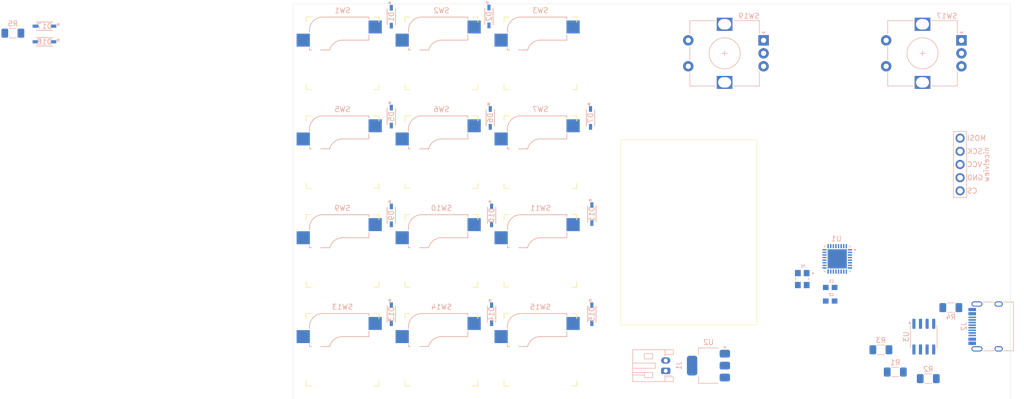
<source format=kicad_pcb>
(kicad_pcb (version 20241229) (generator "pcbnew") (generator_version "9.0")
  (layers (0 "F.Cu" signal) (2 "B.Cu" signal) (13 "F.Paste" user) (15 "B.Paste" user) (5 "F.SilkS" user "F.Silkscreen") (7 "B.SilkS" user "B.Silkscreen") (1 "F.Mask" user) (3 "B.Mask" user) (25 "Edge.Cuts" user))
  (net 0 "")
  (net 1 "C4")
  (net 2 "Net-(D5-A)")
  (net 3 "Net-(D18-A)")
  (net 4 "Net-(D1-A)")
  (net 5 "Net-(D2-A)")
  (net 6 "Net-(D11-A)")
  (net 7 "Net-(D6-A)")
  (net 8 "Net-(D7-A)")
  (net 9 "Net-(D9-A)")
  (net 10 "Net-(D10-A)")
  (net 11 "Net-(D13-A)")
  (net 12 "Net-(D14-A)")
  (net 13 "Net-(D15-A)")
  (net 14 "Net-(D17-A)")
  (net 15 "SCK")
  (net 16 "MOSI")
  (net 17 "GND")
  (net 18 "CS")
  (net 19 "VCC")
  (net 20 "C1")
  (net 21 "C2")
  (net 22 "C3")
  (net 23 "Net-(U1-CHIP_EN)")
  (net 25 "RE_B1")
  (net 26 "C5")
  (net 27 "Net-(U1-GPIO18{slash}USB_D-)")
  (net 28 "Net-(U1-VDD3P3_CPU)")
  (net 30 "RE_A1")
  (net 31 "RE_B2")
  (net 32 "Net-(U1-XTAL_N)")
  (net 33 "RE_A2")
  (net 34 "Net-(U1-XTAL_P)")
  (net 35 "Net-(U1-GPIO19{slash}USB_D+)")
  (net 36 "D-")
  (net 37 "D+")
  (net 38 "Net-(J2-CC1)")
  (net 39 "VBUS")
  (net 40 "Net-(J2-CC2)")
  (net 41 "Net-(J1-Pin_1)")
  (net 42 "Net-(J2-D+-PadA6)")
  (net 43 "Net-(J2-D--PadA7)")
  (net 51 "Net-(C1-Pad1)")
  (footprint "kailh:Kailh_socket_MX" (layer "F.Cu") (at 95.25 95.25)
    (property "Reference" "SW11" (at 0 -8.255 0) (layer "B.SilkS") (effects (justify mirror)))
    (property "Value" "SW_DIP_x01")
    (pad "" np_thru_hole circle (at -5.08 0) (size 1.7018 1.7018) (drill 1.7018) (layers "*.Cu" "*.Mask"))
    (pad "" np_thru_hole circle (at -3.81 -2.54) (size 3 3) (drill 3) (layers "*.Cu" "*.Mask"))
    (pad "" np_thru_hole circle (at 0 0) (size 3.9878 3.9878) (drill 3.9878) (layers "*.Cu" "*.Mask"))
    (pad "" np_thru_hole circle (at 2.54 -5.08) (size 3 3) (drill 3) (layers "*.Cu" "*.Mask"))
    (pad "" np_thru_hole circle (at 5.08 0) (size 1.7018 1.7018) (drill 1.7018) (layers "*.Cu" "*.Mask"))
    (pad "1" smd rect (at 6.29 -5.08) (size 2.55 2.5) (layers "B.Cu" "B.Mask" "B.Paste") (net 6 "Net-(D11-A)"))
    (pad "2" smd rect (at -7.56 -2.54) (size 2.55 2.5) (layers "B.Cu" "B.Mask" "B.Paste") (net 22 "C3"))
  )
  (footprint "kailh:Kailh_socket_MX" (layer "F.Cu") (at 57.15 76.2)
    (property "Reference" "SW5" (at 0 -8.255 0) (layer "B.SilkS") (effects (justify mirror)))
    (property "Value" "SW_DIP_x01")
    (pad "" np_thru_hole circle (at -5.08 0) (size 1.7018 1.7018) (drill 1.7018) (layers "*.Cu" "*.Mask"))
    (pad "" np_thru_hole circle (at -3.81 -2.54) (size 3 3) (drill 3) (layers "*.Cu" "*.Mask"))
    (pad "" np_thru_hole circle (at 0 0) (size 3.9878 3.9878) (drill 3.9878) (layers "*.Cu" "*.Mask"))
    (pad "" np_thru_hole circle (at 2.54 -5.08) (size 3 3) (drill 3) (layers "*.Cu" "*.Mask"))
    (pad "" np_thru_hole circle (at 5.08 0) (size 1.7018 1.7018) (drill 1.7018) (layers "*.Cu" "*.Mask"))
    (pad "1" smd rect (at 6.29 -5.08) (size 2.55 2.5) (layers "B.Cu" "B.Mask" "B.Paste") (net 2 "Net-(D5-A)"))
    (pad "2" smd rect (at -7.56 -2.54) (size 2.55 2.5) (layers "B.Cu" "B.Mask" "B.Paste") (net 20 "C1"))
  )
  (footprint "kailh:Kailh_socket_MX" (layer "F.Cu") (at 95.25 57.15)
    (property "Reference" "SW3" (at 0 -8.255 0) (layer "B.SilkS") (effects (justify mirror)))
    (property "Value" "SW_DIP_x01")
    (pad "" np_thru_hole circle (at -5.08 0) (size 1.7018 1.7018) (drill 1.7018) (layers "*.Cu" "*.Mask"))
    (pad "" np_thru_hole circle (at -3.81 -2.54) (size 3 3) (drill 3) (layers "*.Cu" "*.Mask"))
    (pad "" np_thru_hole circle (at 0 0) (size 3.9878 3.9878) (drill 3.9878) (layers "*.Cu" "*.Mask"))
    (pad "" np_thru_hole circle (at 2.54 -5.08) (size 3 3) (drill 3) (layers "*.Cu" "*.Mask"))
    (pad "" np_thru_hole circle (at 5.08 0) (size 1.7018 1.7018) (drill 1.7018) (layers "*.Cu" "*.Mask"))
    (pad "1" smd rect (at 6.29 -5.08) (size 2.55 2.5) (layers "B.Cu" "B.Mask" "B.Paste") (net 17 "GND"))
    (pad "2" smd rect (at -7.56 -2.54) (size 2.55 2.5) (layers "B.Cu" "B.Mask" "B.Paste") (net 23 "Net-(U1-CHIP_EN)"))
  )
  (footprint "kailh:Kailh_socket_MX" (layer "F.Cu") (at 95.25 114.3)
    (property "Reference" "SW15" (at 0 -8.255 0) (layer "B.SilkS") (effects (justify mirror)))
    (property "Value" "SW_DIP_x01")
    (pad "" np_thru_hole circle (at -5.08 0) (size 1.7018 1.7018) (drill 1.7018) (layers "*.Cu" "*.Mask"))
    (pad "" np_thru_hole circle (at -3.81 -2.54) (size 3 3) (drill 3) (layers "*.Cu" "*.Mask"))
    (pad "" np_thru_hole circle (at 0 0) (size 3.9878 3.9878) (drill 3.9878) (layers "*.Cu" "*.Mask"))
    (pad "" np_thru_hole circle (at 2.54 -5.08) (size 3 3) (drill 3) (layers "*.Cu" "*.Mask"))
    (pad "" np_thru_hole circle (at 5.08 0) (size 1.7018 1.7018) (drill 1.7018) (layers "*.Cu" "*.Mask"))
    (pad "1" smd rect (at 6.29 -5.08) (size 2.55 2.5) (layers "B.Cu" "B.Mask" "B.Paste") (net 13 "Net-(D15-A)"))
    (pad "2" smd rect (at -7.56 -2.54) (size 2.55 2.5) (layers "B.Cu" "B.Mask" "B.Paste") (net 22 "C3"))
  )
  (footprint "kailh:Kailh_socket_MX" (layer "F.Cu") (at 76.2 95.25)
    (property "Reference" "SW10" (at 0 -8.255 0) (layer "B.SilkS") (effects (justify mirror)))
    (property "Value" "SW_DIP_x01")
    (pad "" np_thru_hole circle (at -5.08 0) (size 1.7018 1.7018) (drill 1.7018) (layers "*.Cu" "*.Mask"))
    (pad "" np_thru_hole circle (at -3.81 -2.54) (size 3 3) (drill 3) (layers "*.Cu" "*.Mask"))
    (pad "" np_thru_hole circle (at 0 0) (size 3.9878 3.9878) (drill 3.9878) (layers "*.Cu" "*.Mask"))
    (pad "" np_thru_hole circle (at 2.54 -5.08) (size 3 3) (drill 3) (layers "*.Cu" "*.Mask"))
    (pad "" np_thru_hole circle (at 5.08 0) (size 1.7018 1.7018) (drill 1.7018) (layers "*.Cu" "*.Mask"))
    (pad "1" smd rect (at 6.29 -5.08) (size 2.55 2.5) (layers "B.Cu" "B.Mask" "B.Paste") (net 10 "Net-(D10-A)"))
    (pad "2" smd rect (at -7.56 -2.54) (size 2.55 2.5) (layers "B.Cu" "B.Mask" "B.Paste") (net 21 "C2"))
  )
  (footprint "kailh:Kailh_socket_MX" (layer "F.Cu") (at 76.2 76.2)
    (property "Reference" "SW6" (at 0 -8.255 0) (layer "B.SilkS") (effects (justify mirror)))
    (property "Value" "SW_DIP_x01")
    (pad "" np_thru_hole circle (at -5.08 0) (size 1.7018 1.7018) (drill 1.7018) (layers "*.Cu" "*.Mask"))
    (pad "" np_thru_hole circle (at -3.81 -2.54) (size 3 3) (drill 3) (layers "*.Cu" "*.Mask"))
    (pad "" np_thru_hole circle (at 0 0) (size 3.9878 3.9878) (drill 3.9878) (layers "*.Cu" "*.Mask"))
    (pad "" np_thru_hole circle (at 2.54 -5.08) (size 3 3) (drill 3) (layers "*.Cu" "*.Mask"))
    (pad "" np_thru_hole circle (at 5.08 0) (size 1.7018 1.7018) (drill 1.7018) (layers "*.Cu" "*.Mask"))
    (pad "1" smd rect (at 6.29 -5.08) (size 2.55 2.5) (layers "B.Cu" "B.Mask" "B.Paste") (net 7 "Net-(D6-A)"))
    (pad "2" smd rect (at -7.56 -2.54) (size 2.55 2.5) (layers "B.Cu" "B.Mask" "B.Paste") (net 21 "C2"))
  )
  (footprint "kailh:Kailh_socket_MX" (layer "F.Cu") (at 76.2 114.3)
    (property "Reference" "SW14" (at 0 -8.255 0) (layer "B.SilkS") (effects (justify mirror)))
    (property "Value" "SW_DIP_x01")
    (pad "" np_thru_hole circle (at -5.08 0) (size 1.7018 1.7018) (drill 1.7018) (layers "*.Cu" "*.Mask"))
    (pad "" np_thru_hole circle (at -3.81 -2.54) (size 3 3) (drill 3) (layers "*.Cu" "*.Mask"))
    (pad "" np_thru_hole circle (at 0 0) (size 3.9878 3.9878) (drill 3.9878) (layers "*.Cu" "*.Mask"))
    (pad "" np_thru_hole circle (at 2.54 -5.08) (size 3 3) (drill 3) (layers "*.Cu" "*.Mask"))
    (pad "" np_thru_hole circle (at 5.08 0) (size 1.7018 1.7018) (drill 1.7018) (layers "*.Cu" "*.Mask"))
    (pad "1" smd rect (at 6.29 -5.08) (size 2.55 2.5) (layers "B.Cu" "B.Mask" "B.Paste") (net 12 "Net-(D14-A)"))
    (pad "2" smd rect (at -7.56 -2.54) (size 2.55 2.5) (layers "B.Cu" "B.Mask" "B.Paste") (net 21 "C2"))
  )
  (footprint "kailh:Kailh_socket_MX" (layer "F.Cu") (at 76.2 57.15)
    (property "Reference" "SW2" (at 0 -8.255 0) (layer "B.SilkS") (effects (justify mirror)))
    (property "Value" "SW_DIP_x01")
    (pad "" np_thru_hole circle (at -5.08 0) (size 1.7018 1.7018) (drill 1.7018) (layers "*.Cu" "*.Mask"))
    (pad "" np_thru_hole circle (at -3.81 -2.54) (size 3 3) (drill 3) (layers "*.Cu" "*.Mask"))
    (pad "" np_thru_hole circle (at 0 0) (size 3.9878 3.9878) (drill 3.9878) (layers "*.Cu" "*.Mask"))
    (pad "" np_thru_hole circle (at 2.54 -5.08) (size 3 3) (drill 3) (layers "*.Cu" "*.Mask"))
    (pad "" np_thru_hole circle (at 5.08 0) (size 1.7018 1.7018) (drill 1.7018) (layers "*.Cu" "*.Mask"))
    (pad "1" smd rect (at 6.29 -5.08) (size 2.55 2.5) (layers "B.Cu" "B.Mask" "B.Paste") (net 5 "Net-(D2-A)"))
    (pad "2" smd rect (at -7.56 -2.54) (size 2.55 2.5) (layers "B.Cu" "B.Mask" "B.Paste") (net 21 "C2"))
  )
  (footprint "kailh:Kailh_socket_MX" (layer "F.Cu") (at 57.15 95.25)
    (property "Reference" "SW9" (at 0 -8.255 0) (layer "B.SilkS") (effects (justify mirror)))
    (property "Value" "SW_DIP_x01")
    (pad "" np_thru_hole circle (at -5.08 0) (size 1.7018 1.7018) (drill 1.7018) (layers "*.Cu" "*.Mask"))
    (pad "" np_thru_hole circle (at -3.81 -2.54) (size 3 3) (drill 3) (layers "*.Cu" "*.Mask"))
    (pad "" np_thru_hole circle (at 0 0) (size 3.9878 3.9878) (drill 3.9878) (layers "*.Cu" "*.Mask"))
    (pad "" np_thru_hole circle (at 2.54 -5.08) (size 3 3) (drill 3) (layers "*.Cu" "*.Mask"))
    (pad "" np_thru_hole circle (at 5.08 0) (size 1.7018 1.7018) (drill 1.7018) (layers "*.Cu" "*.Mask"))
    (pad "1" smd rect (at 6.29 -5.08) (size 2.55 2.5) (layers "B.Cu" "B.Mask" "B.Paste") (net 9 "Net-(D9-A)"))
    (pad "2" smd rect (at -7.56 -2.54) (size 2.55 2.5) (layers "B.Cu" "B.Mask" "B.Paste") (net 20 "C1"))
  )
  (footprint "kailh:Kailh_socket_MX" (layer "F.Cu") (at 95.25 76.2)
    (property "Reference" "SW7" (at 0 -8.255 0) (layer "B.SilkS") (effects (justify mirror)))
    (property "Value" "SW_DIP_x01")
    (pad "" np_thru_hole circle (at -5.08 0) (size 1.7018 1.7018) (drill 1.7018) (layers "*.Cu" "*.Mask"))
    (pad "" np_thru_hole circle (at -3.81 -2.54) (size 3 3) (drill 3) (layers "*.Cu" "*.Mask"))
    (pad "" np_thru_hole circle (at 0 0) (size 3.9878 3.9878) (drill 3.9878) (layers "*.Cu" "*.Mask"))
    (pad "" np_thru_hole circle (at 2.54 -5.08) (size 3 3) (drill 3) (layers "*.Cu" "*.Mask"))
    (pad "" np_thru_hole circle (at 5.08 0) (size 1.7018 1.7018) (drill 1.7018) (layers "*.Cu" "*.Mask"))
    (pad "1" smd rect (at 6.29 -5.08) (size 2.55 2.5) (layers "B.Cu" "B.Mask" "B.Paste") (net 8 "Net-(D7-A)"))
    (pad "2" smd rect (at -7.56 -2.54) (size 2.55 2.5) (layers "B.Cu" "B.Mask" "B.Paste") (net 22 "C3"))
  )
  (footprint "kailh:Kailh_socket_MX" (layer "F.Cu") (at 57.15 114.3)
    (property "Reference" "SW13" (at 0 -8.255 0) (layer "B.SilkS") (effects (justify mirror)))
    (property "Value" "SW_DIP_x01")
    (pad "" np_thru_hole circle (at -5.08 0) (size 1.7018 1.7018) (drill 1.7018) (layers "*.Cu" "*.Mask"))
    (pad "" np_thru_hole circle (at -3.81 -2.54) (size 3 3) (drill 3) (layers "*.Cu" "*.Mask"))
    (pad "" np_thru_hole circle (at 0 0) (size 3.9878 3.9878) (drill 3.9878) (layers "*.Cu" "*.Mask"))
    (pad "" np_thru_hole circle (at 2.54 -5.08) (size 3 3) (drill 3) (layers "*.Cu" "*.Mask"))
    (pad "" np_thru_hole circle (at 5.08 0) (size 1.7018 1.7018) (drill 1.7018) (layers "*.Cu" "*.Mask"))
    (pad "1" smd rect (at 6.29 -5.08) (size 2.55 2.5) (layers "B.Cu" "B.Mask" "B.Paste") (net 11 "Net-(D13-A)"))
    (pad "2" smd rect (at -7.56 -2.54) (size 2.55 2.5) (layers "B.Cu" "B.Mask" "B.Paste") (net 20 "C1"))
  )
  (footprint "kailh:Kailh_socket_MX" (layer "F.Cu") (at 57.15 57.15)
    (property "Reference" "SW1" (at 0 -8.255 0) (layer "B.SilkS") (effects (justify mirror)))
    (property "Value" "SW_DIP_x01")
    (pad "" np_thru_hole circle (at -5.08 0) (size 1.7018 1.7018) (drill 1.7018) (layers "*.Cu" "*.Mask"))
    (pad "" np_thru_hole circle (at -3.81 -2.54) (size 3 3) (drill 3) (layers "*.Cu" "*.Mask"))
    (pad "" np_thru_hole circle (at 0 0) (size 3.9878 3.9878) (drill 3.9878) (layers "*.Cu" "*.Mask"))
    (pad "" np_thru_hole circle (at 2.54 -5.08) (size 3 3) (drill 3) (layers "*.Cu" "*.Mask"))
    (pad "" np_thru_hole circle (at 5.08 0) (size 1.7018 1.7018) (drill 1.7018) (layers "*.Cu" "*.Mask"))
    (pad "1" smd rect (at 6.29 -5.08) (size 2.55 2.5) (layers "B.Cu" "B.Mask" "B.Paste") (net 4 "Net-(D1-A)"))
    (pad "2" smd rect (at -7.56 -2.54) (size 2.55 2.5) (layers "B.Cu" "B.Mask" "B.Paste") (net 20 "C1"))
  )
  (footprint "Package_TO_SOT_SMD:SOT-223-3_TabPin2" (layer "B.Cu") (at 127.61 117.348 180)
    (property "Reference" "U2" (at 0 4.5 0) (layer "B.SilkS") (effects (justify mirror)))
    (property "Value" "AMS1117-3.3")
    (pad "1" smd roundrect (at -3.15 2.3 180) (size 2 1.5) (layers "B.Cu" "B.Mask" "B.Paste") (net 17 "GND"))
    (pad "2" smd roundrect (at -3.15 0 180) (size 2 1.5) (layers "B.Cu" "B.Mask" "B.Paste") (net 28 "Net-(U1-VDD3P3_CPU)"))
    (pad "2" smd roundrect (at 3.15 0 180) (size 2 3.8) (layers "B.Cu" "B.Mask" "B.Paste") (net 28 "Net-(U1-VDD3P3_CPU)"))
    (pad "3" smd roundrect (at -3.15 -2.3 180) (size 2 1.5) (layers "B.Cu" "B.Mask" "B.Paste") (net 41 "Net-(J1-Pin_1)"))
  )
  (footprint "Connector_USB:USB_C_Receptacle_HRO_TYPE-C-31-M-12" (layer "B.Cu") (at 182.432 109.798 -90)
    (property "Reference" "J2" (at 0 5.645 90) (layer "B.SilkS") (effects (justify mirror)))
    (property "Value" "USB_C_Receptacle_USB2.0_16P")
    (pad "" np_thru_hole circle (at -2.89 2.6 270) (size 0.65 0.65) (drill 0.65) (layers "*.Cu" "*.Mask"))
    (pad "" np_thru_hole circle (at 2.89 2.6 270) (size 0.65 0.65) (drill 0.65) (layers "*.Cu" "*.Mask"))
    (pad "A1" smd rect (at -3.25 4.045 270) (size 0.6 1.45) (layers "B.Cu" "B.Mask" "B.Paste") (net 17 "GND"))
    (pad "A4" smd rect (at -2.45 4.045 270) (size 0.6 1.45) (layers "B.Cu" "B.Mask" "B.Paste") (net 39 "VBUS"))
    (pad "A5" smd rect (at -1.25 4.045 270) (size 0.3 1.45) (layers "B.Cu" "B.Mask" "B.Paste") (net 38 "Net-(J2-CC1)"))
    (pad "A6" smd rect (at -0.25 4.045 270) (size 0.3 1.45) (layers "B.Cu" "B.Mask" "B.Paste") (net 42 "Net-(J2-D+-PadA6)"))
    (pad "A7" smd rect (at 0.25 4.045 270) (size 0.3 1.45) (layers "B.Cu" "B.Mask" "B.Paste") (net 43 "Net-(J2-D--PadA7)"))
    (pad "A8" smd rect (at 1.25 4.045 270) (size 0.3 1.45) (layers "B.Cu" "B.Mask" "B.Paste"))
    (pad "A9" smd rect (at 2.45 4.045 270) (size 0.6 1.45) (layers "B.Cu" "B.Mask" "B.Paste") (net 39 "VBUS"))
    (pad "A12" smd rect (at 3.25 4.045 270) (size 0.6 1.45) (layers "B.Cu" "B.Mask" "B.Paste") (net 17 "GND"))
    (pad "B1" smd rect (at 3.25 4.045 270) (size 0.6 1.45) (layers "B.Cu" "B.Mask" "B.Paste") (net 17 "GND"))
    (pad "B4" smd rect (at 2.45 4.045 270) (size 0.6 1.45) (layers "B.Cu" "B.Mask" "B.Paste") (net 39 "VBUS"))
    (pad "B5" smd rect (at 1.75 4.045 270) (size 0.3 1.45) (layers "B.Cu" "B.Mask" "B.Paste") (net 40 "Net-(J2-CC2)"))
    (pad "B6" smd rect (at 0.75 4.045 270) (size 0.3 1.45) (layers "B.Cu" "B.Mask" "B.Paste") (net 42 "Net-(J2-D+-PadA6)"))
    (pad "B7" smd rect (at -0.75 4.045 270) (size 0.3 1.45) (layers "B.Cu" "B.Mask" "B.Paste") (net 43 "Net-(J2-D--PadA7)"))
    (pad "B8" smd rect (at -1.75 4.045 270) (size 0.3 1.45) (layers "B.Cu" "B.Mask" "B.Paste"))
    (pad "B9" smd rect (at -2.45 4.045 270) (size 0.6 1.45) (layers "B.Cu" "B.Mask" "B.Paste") (net 39 "VBUS"))
    (pad "B12" smd rect (at -3.25 4.045 270) (size 0.6 1.45) (layers "B.Cu" "B.Mask" "B.Paste") (net 17 "GND"))
    (pad "S1" thru_hole oval (at -4.32 -1.05 270) (size 1 1.6) (drill oval 0.6 1.2) (property pad_prop_heatsink) (layers "*.Cu" "*.Mask"))
    (pad "S1" thru_hole oval (at -4.32 3.13 270) (size 1 2.1) (drill oval 0.6 1.7) (property pad_prop_heatsink) (layers "*.Cu" "*.Mask"))
    (pad "S1" thru_hole oval (at 4.32 -1.05 270) (size 1 1.6) (drill oval 0.6 1.2) (property pad_prop_heatsink) (layers "*.Cu" "*.Mask"))
    (pad "S1" thru_hole oval (at 4.32 3.13 270) (size 1 2.1) (drill oval 0.6 1.7) (property pad_prop_heatsink) (layers "*.Cu" "*.Mask"))
  )
  (footprint "ul_1n4148:SOD123_DIO" (layer "B.Cu") (at 85.852 107.442 -90)
    (property "Reference" "D14" (at 0 0 90) (layer "B.SilkS") (effects (justify mirror)))
    (property "Value" "D")
    (fp_text user "*" (at -2.6616 0 90) (layer "B.SilkS") (effects (justify mirror)))
    (fp_text user "*" (at -2.6616 0 90) (layer "B.SilkS") (effects (justify mirror)))
    (pad "1" smd rect (at -1.725 0 270) (size 1.1112 0.6008) (layers "B.Cu" "B.Mask" "B.Paste") (net 22 "C3"))
    (pad "2" smd rect (at 1.725 0 270) (size 1.1112 0.6008) (layers "B.Cu" "B.Mask" "B.Paste") (net 12 "Net-(D14-A)"))
  )
  (footprint "Connector_JST:JST_PH_S2B-PH-K_1x02_P2.00mm_Horizontal" (layer "B.Cu") (at 119.38 118.364 90)
    (property "Reference" "J1" (at 1 2.55 90) (layer "B.SilkS") (effects (justify mirror)))
    (property "Value" "Conn_01x02_Pin")
    (pad "1" thru_hole roundrect (at 0 0 90) (size 1.2 1.75) (drill 0.75) (layers "*.Cu" "*.Mask") (roundrect_rratio 0.208333) (net 41 "Net-(J1-Pin_1)"))
    (pad "2" thru_hole oval (at 2 0 90) (size 1.2 1.75) (drill 0.75) (layers "*.Cu" "*.Mask") (net 17 "GND"))
  )
  (footprint "niceview:nice_view" (layer "B.Cu") (at 159.54375 78.58125 -90)
    (property "Reference" "Display1")
    (property "Value" "nice!view" (at 0 -21.59 90) (layer "B.SilkS") (effects (justify mirror)))
    (fp_text user "VCC" (at 0 -17.78 0) (layer "B.SilkS") (effects (justify right mirror)))
    (fp_text user "CS" (at 5.08 -17.78 0) (layer "B.SilkS") (effects (justify right mirror)))
    (fp_text user "GND" (at 2.54 -17.78 0) (layer "B.SilkS") (effects (justify right mirror)))
    (fp_text user "SCK" (at -2.54 -17.78 0) (layer "B.SilkS") (effects (justify right mirror)))
    (fp_text user "MOSI" (at -5.08 -17.78 0) (layer "B.SilkS") (effects (justify right mirror)))
    (pad "1" thru_hole circle (at -5.08 -16.51 270) (size 1.7526 1.7526) (drill 1.0922) (layers "*.Cu" "*.Mask") (net 16 "MOSI"))
    (pad "2" thru_hole circle (at -2.54 -16.51 270) (size 1.7526 1.7526) (drill 1.0922) (layers "*.Cu" "*.Mask") (net 15 "SCK"))
    (pad "3" thru_hole circle (at 0 -16.51 270) (size 1.7526 1.7526) (drill 1.0922) (layers "*.Cu" "*.Mask") (net 19 "VCC"))
    (pad "4" thru_hole circle (at 2.54 -16.51 270) (size 1.7526 1.7526) (drill 1.0922) (layers "*.Cu" "*.Mask") (net 17 "GND"))
    (pad "5" thru_hole circle (at 5.08 -16.51 270) (size 1.7526 1.7526) (drill 1.0922) (layers "*.Cu" "*.Mask") (net 18 "CS"))
  )
  (footprint "ul_1n4148:SOD123_DIO" (layer "B.Cu") (at 105.156 88.138 -90)
    (property "Reference" "D11" (at 0 0 90) (layer "B.SilkS") (effects (justify mirror)))
    (property "Value" "D")
    (fp_text user "*" (at -2.6616 0 90) (layer "B.SilkS") (effects (justify mirror)))
    (fp_text user "*" (at -2.6616 0 90) (layer "B.SilkS") (effects (justify mirror)))
    (pad "1" smd rect (at -1.725 0 270) (size 1.1112 0.6008) (layers "B.Cu" "B.Mask" "B.Paste") (net 22 "C3"))
    (pad "2" smd rect (at 1.725 0 270) (size 1.1112 0.6008) (layers "B.Cu" "B.Mask" "B.Paste") (net 6 "Net-(D11-A)"))
  )
  (footprint "Resistor_SMD:R_1206_3216Metric_Pad1.30x1.75mm_HandSolder" (layer "B.Cu") (at 160.808 114.3 180)
    (property "Reference" "R3" (at 0 1.83 0) (layer "B.SilkS") (effects (justify mirror)))
    (property "Value" "R")
    (pad "1" smd roundrect (at -1.55 0 180) (size 1.3 1.75) (layers "B.Cu" "B.Mask" "B.Paste") (roundrect_rratio 0.192308) (net 39 "VBUS"))
    (pad "2" smd roundrect (at 1.55 0 180) (size 1.3 1.75) (layers "B.Cu" "B.Mask" "B.Paste") (roundrect_rratio 0.192308) (net 23 "Net-(U1-CHIP_EN)"))
  )
  (footprint "NX3225GA:OSCCC320X250X90N" (layer "B.Cu") (at 145.669 100.67225 180)
    (property "Reference" "Y1" (at -0.131 2.5098 0) (layer "B.SilkS") (effects (font (size 0.48 0.48)) (justify mirror)))
    (property "Value" "Crystal_GND24_Small")
    (pad "1" smd rect (at -0.85 1.15 180) (size 1.11 1.21) (layers "B.Cu" "B.Mask" "B.Paste") (net 34 "Net-(U1-XTAL_P)"))
    (pad "2" smd rect (at -0.85 -1.15 180) (size 1.11 1.21) (layers "B.Cu" "B.Mask" "B.Paste"))
    (pad "3" smd rect (at 0.85 -1.15 180) (size 1.11 1.21) (layers "B.Cu" "B.Mask" "B.Paste") (net 32 "Net-(U1-XTAL_N)"))
    (pad "4" smd rect (at 0.85 1.15 180) (size 1.11 1.21) (layers "B.Cu" "B.Mask" "B.Paste") (net 17 "GND"))
  )
  (footprint "Resistor_SMD:R_1206_3216Metric_Pad1.30x1.75mm_HandSolder" (layer "B.Cu") (at 174.27 106.172)
    (property "Reference" "R4" (at 0 1.83 0) (layer "B.SilkS") (effects (justify mirror)))
    (property "Value" "5k1")
    (pad "1" smd roundrect (at -1.55 0) (size 1.3 1.75) (layers "B.Cu" "B.Mask" "B.Paste") (roundrect_rratio 0.192308) (net 38 "Net-(J2-CC1)"))
    (pad "2" smd roundrect (at 1.55 0) (size 1.3 1.75) (layers "B.Cu" "B.Mask" "B.Paste") (roundrect_rratio 0.192308) (net 17 "GND"))
  )
  (footprint "Resistor_SMD:R_1206_3216Metric_Pad1.30x1.75mm_HandSolder" (layer "B.Cu") (at 169.926 119.862 180)
    (property "Reference" "R2" (at 0 1.83 0) (layer "B.SilkS") (effects (justify mirror)))
    (property "Value" "22")
    (pad "1" smd roundrect (at -1.55 0 180) (size 1.3 1.75) (layers "B.Cu" "B.Mask" "B.Paste") (roundrect_rratio 0.192308) (net 35 "Net-(U1-GPIO19{slash}USB_D+)"))
    (pad "2" smd roundrect (at 1.55 0 180) (size 1.3 1.75) (layers "B.Cu" "B.Mask" "B.Paste") (roundrect_rratio 0.192308) (net 37 "D+"))
  )
  (footprint "Resistor_SMD:R_1206_3216Metric_Pad1.30x1.75mm_HandSolder" (layer "B.Cu") (at -6.320562 53.265 180)
    (property "Reference" "R5" (at 0 1.83 0) (layer "B.SilkS") (effects (justify mirror)))
    (property "Value" "5k1")
    (pad "1" smd roundrect (at -1.55 0 180) (size 1.3 1.75) (layers "B.Cu" "B.Mask" "B.Paste") (roundrect_rratio 0.192308) (net 40 "Net-(J2-CC2)"))
    (pad "2" smd roundrect (at 1.55 0 180) (size 1.3 1.75) (layers "B.Cu" "B.Mask" "B.Paste") (roundrect_rratio 0.192308) (net 17 "GND"))
  )
  (footprint "CC0603JRNPO9BN220:CAPC1608X90" (layer "B.Cu") (at 151.042 104.902 180)
    (property "Reference" "C2" (at -0.235148 1.235801 0) (layer "B.SilkS") (effects (font (size 0.472747 0.472747)) (justify mirror)))
    (property "Value" "12p")
    (pad "1" smd rect (at -0.85 0 180) (size 1.1 1) (layers "B.Cu" "B.Mask" "B.Paste") (net 51 "Net-(C1-Pad1)"))
    (pad "2" smd rect (at 0.85 0 180) (size 1.1 1) (layers "B.Cu" "B.Mask" "B.Paste") (net 34 "Net-(U1-XTAL_P)"))
  )
  (footprint "ul_1n4148:SOD123_DIO" (layer "B.Cu") (at 85.852 88.392 -90)
    (property "Reference" "D10" (at 0 0 90) (layer "B.SilkS") (effects (justify mirror)))
    (property "Value" "D")
    (fp_text user "*" (at -2.6616 0 90) (layer "B.SilkS") (effects (justify mirror)))
    (fp_text user "*" (at -2.6616 0 90) (layer "B.SilkS") (effects (justify mirror)))
    (pad "1" smd rect (at -1.725 0 270) (size 1.1112 0.6008) (layers "B.Cu" "B.Mask" "B.Paste") (net 22 "C3"))
    (pad "2" smd rect (at 1.725 0 270) (size 1.1112 0.6008) (layers "B.Cu" "B.Mask" "B.Paste") (net 10 "Net-(D10-A)"))
  )
  (footprint "Resistor_SMD:R_1206_3216Metric_Pad1.30x1.75mm_HandSolder" (layer "B.Cu") (at 163.576 118.592 180)
    (property "Reference" "R1" (at 0 1.83 0) (layer "B.SilkS") (effects (justify mirror)))
    (property "Value" "22")
    (pad "1" smd roundrect (at -1.55 0 180) (size 1.3 1.75) (layers "B.Cu" "B.Mask" "B.Paste") (roundrect_rratio 0.192308) (net 27 "Net-(U1-GPIO18{slash}USB_D-)"))
    (pad "2" smd roundrect (at 1.55 0 180) (size 1.3 1.75) (layers "B.Cu" "B.Mask" "B.Paste") (roundrect_rratio 0.192308) (net 36 "D-"))
  )
  (footprint "ul_1n4148:SOD123_DIO" (layer "B.Cu") (at 105.156 107.442 -90)
    (property "Reference" "D15" (at 0 0 90) (layer "B.SilkS") (effects (justify mirror)))
    (property "Value" "D")
    (fp_text user "*" (at -2.6616 0 90) (layer "B.SilkS") (effects (justify mirror)))
    (fp_text user "*" (at -2.6616 0 90) (layer "B.SilkS") (effects (justify mirror)))
    (pad "1" smd rect (at -1.725 0 270) (size 1.1112 0.6008) (layers "B.Cu" "B.Mask" "B.Paste") (net 22 "C3"))
    (pad "2" smd rect (at 1.725 0 270) (size 1.1112 0.6008) (layers "B.Cu" "B.Mask" "B.Paste") (net 13 "Net-(D15-A)"))
  )
  (footprint "ul_1n4148:SOD123_DIO" (layer "B.Cu") (at 104.902 69.596 -90)
    (property "Reference" "D7" (at 0 0 90) (layer "B.SilkS") (effects (justify mirror)))
    (property "Value" "D")
    (fp_text user "*" (at -2.6616 0 90) (layer "B.SilkS") (effects (justify mirror)))
    (fp_text user "*" (at -2.6616 0 90) (layer "B.SilkS") (effects (justify mirror)))
    (pad "1" smd rect (at -1.725 0 270) (size 1.1112 0.6008) (layers "B.Cu" "B.Mask" "B.Paste") (net 22 "C3"))
    (pad "2" smd rect (at 1.725 0 270) (size 1.1112 0.6008) (layers "B.Cu" "B.Mask" "B.Paste") (net 8 "Net-(D7-A)"))
  )
  (footprint "ul_1n4148:SOD123_DIO" (layer "B.Cu") (at -0.237962 54.9272 180)
    (property "Reference" "D18" (at 0 0 0) (layer "B.SilkS") (effects (justify mirror)))
    (property "Value" "D")
    (fp_text user "*" (at -2.6616 0 0) (layer "B.SilkS") (effects (justify mirror)))
    (fp_text user "*" (at -2.6616 0 0) (layer "B.SilkS") (effects (justify mirror)))
    (pad "1" smd rect (at -1.725 0 180) (size 1.1112 0.6008) (layers "B.Cu" "B.Mask" "B.Paste") (net 22 "C3"))
    (pad "2" smd rect (at 1.725 0 180) (size 1.1112 0.6008) (layers "B.Cu" "B.Mask" "B.Paste") (net 3 "Net-(D18-A)"))
  )
  (footprint "ul_1n4148:SOD123_DIO" (layer "B.Cu") (at 66.548 107.442 -90)
    (property "Reference" "D13" (at 0 0 90) (layer "B.SilkS") (effects (justify mirror)))
    (property "Value" "D")
    (fp_text user "*" (at -2.6616 0 90) (layer "B.SilkS") (effects (justify mirror)))
    (fp_text user "*" (at -2.6616 0 90) (layer "B.SilkS") (effects (justify mirror)))
    (pad "1" smd rect (at -1.725 0 270) (size 1.1112 0.6008) (layers "B.Cu" "B.Mask" "B.Paste") (net 22 "C3"))
    (pad "2" smd rect (at 1.725 0 270) (size 1.1112 0.6008) (layers "B.Cu" "B.Mask" "B.Paste") (net 11 "Net-(D13-A)"))
  )
  (footprint "Package_SO:SOIC-8_3.9x4.9mm_P1.27mm" (layer "B.Cu") (at 169.06875 111.76575 -90)
    (property "Reference" "U3" (at 0 3.4 90) (layer "B.SilkS") (effects (justify mirror)))
    (property "Value" "USB6B1")
    (pad "1" smd roundrect (at -2.475 1.905 270) (size 1.95 0.6) (layers "B.Cu" "B.Mask" "B.Paste") (net 39 "VBUS"))
    (pad "2" smd roundrect (at -2.475 0.635 270) (size 1.95 0.6) (layers "B.Cu" "B.Mask" "B.Paste") (net 43 "Net-(J2-D--PadA7)"))
    (pad "3" smd roundrect (at -2.475 -0.635 270) (size 1.95 0.6) (layers "B.Cu" "B.Mask" "B.Paste") (net 42 "Net-(J2-D+-PadA6)"))
    (pad "4" smd roundrect (at -2.475 -1.905 270) (size 1.95 0.6) (layers "B.Cu" "B.Mask" "B.Paste") (net 17 "GND"))
    (pad "5" smd roundrect (at 2.475 -1.905 270) (size 1.95 0.6) (layers "B.Cu" "B.Mask" "B.Paste") (net 17 "GND"))
    (pad "6" smd roundrect (at 2.475 -0.635 270) (size 1.95 0.6) (layers "B.Cu" "B.Mask" "B.Paste") (net 37 "D+"))
    (pad "7" smd roundrect (at 2.475 0.635 270) (size 1.95 0.6) (layers "B.Cu" "B.Mask" "B.Paste") (net 36 "D-"))
    (pad "8" smd roundrect (at 2.475 1.905 270) (size 1.95 0.6) (layers "B.Cu" "B.Mask" "B.Paste") (net 39 "VBUS"))
  )
  (footprint "ul_1n4148:SOD123_DIO" (layer "B.Cu") (at -0.237962 51.9168 180)
    (property "Reference" "D17" (at 0 0 0) (layer "B.SilkS") (effects (justify mirror)))
    (property "Value" "D")
    (fp_text user "*" (at -2.6616 0 0) (layer "B.SilkS") (effects (justify mirror)))
    (fp_text user "*" (at -2.6616 0 0) (layer "B.SilkS") (effects (justify mirror)))
    (pad "1" smd rect (at -1.725 0 180) (size 1.1112 0.6008) (layers "B.Cu" "B.Mask" "B.Paste") (net 22 "C3"))
    (pad "2" smd rect (at 1.725 0 180) (size 1.1112 0.6008) (layers "B.Cu" "B.Mask" "B.Paste") (net 14 "Net-(D17-A)"))
  )
  (footprint "esp32-c3:QFN50P500X500X90-33N" (layer "B.Cu") (at 152.4 96.774 180)
    (property "Reference" "U1" (at 0.175 3.885 0) (layer "B.SilkS") (effects (justify mirror)))
    (property "Value" "ESP32-C3")
    (pad "1" smd roundrect (at -2.445 1.75 180) (size 0.81 0.27) (layers "B.Cu" "B.Paste") (roundrect_rratio 0.125))
    (pad "2" smd roundrect (at -2.445 1.25 180) (size 0.81 0.27) (layers "B.Cu" "B.Paste") (roundrect_rratio 0.125) (net 28 "Net-(U1-VDD3P3_CPU)"))
    (pad "3" smd roundrect (at -2.445 0.75 180) (size 0.81 0.27) (layers "B.Cu" "B.Paste") (roundrect_rratio 0.125) (net 28 "Net-(U1-VDD3P3_CPU)"))
    (pad "4" smd roundrect (at -2.445 0.25 180) (size 0.81 0.27) (layers "B.Cu" "B.Paste") (roundrect_rratio 0.125) (net 22 "C3"))
    (pad "5" smd roundrect (at -2.445 -0.25 180) (size 0.81 0.27) (layers "B.Cu" "B.Paste") (roundrect_rratio 0.125) (net 22 "C3"))
    (pad "6" smd roundrect (at -2.445 -0.75 180) (size 0.81 0.27) (layers "B.Cu" "B.Paste") (roundrect_rratio 0.125) (net 22 "C3"))
    (pad "7" smd roundrect (at -2.445 -1.25 180) (size 0.81 0.27) (layers "B.Cu" "B.Paste") (roundrect_rratio 0.125) (net 23 "Net-(U1-CHIP_EN)"))
    (pad "8" smd roundrect (at -2.445 -1.75 180) (size 0.81 0.27) (layers "B.Cu" "B.Paste") (roundrect_rratio 0.125) (net 22 "C3"))
    (pad "9" smd roundrect (at -1.75 -2.445 180) (size 0.27 0.81) (layers "B.Cu" "B.Paste") (roundrect_rratio 0.125) (net 20 "C1"))
    (pad "10" smd roundrect (at -1.25 -2.445 180) (size 0.27 0.81) (layers "B.Cu" "B.Paste") (roundrect_rratio 0.125) (net 21 "C2"))
    (pad "11" smd roundrect (at -0.75 -2.445 180) (size 0.27 0.81) (layers "B.Cu" "B.Paste") (roundrect_rratio 0.125) (net 28 "Net-(U1-VDD3P3_CPU)"))
    (pad "12" smd roundrect (at -0.25 -2.445 180) (size 0.27 0.81) (layers "B.Cu" "B.Paste") (roundrect_rratio 0.125) (net 22 "C3"))
    (pad "13" smd roundrect (at 0.25 -2.445 180) (size 0.27 0.81) (layers "B.Cu" "B.Paste") (roundrect_rratio 0.125) (net 1 "C4"))
    (pad "14" smd roundrect (at 0.75 -2.445 180) (size 0.27 0.81) (layers "B.Cu" "B.Paste") (roundrect_rratio 0.125) (net 26 "C5"))
    (pad "15" smd roundrect (at 1.25 -2.445 180) (size 0.27 0.81) (layers "B.Cu" "B.Paste") (roundrect_rratio 0.125))
    (pad "16" smd roundrect (at 1.75 -2.445 180) (size 0.27 0.81) (layers "B.Cu" "B.Paste") (roundrect_rratio 0.125) (net 18 "CS"))
    (pad "17" smd roundrect (at 2.445 -1.75 180) (size 0.81 0.27) (layers "B.Cu" "B.Paste") (roundrect_rratio 0.125) (net 28 "Net-(U1-VDD3P3_CPU)"))
    (pad "18" smd roundrect (at 2.445 -1.25 180) (size 0.81 0.27) (layers "B.Cu" "B.Paste") (roundrect_rratio 0.125) (net 28 "Net-(U1-VDD3P3_CPU)"))
    (pad "19" smd roundrect (at 2.445 -0.75 180) (size 0.81 0.27) (layers "B.Cu" "B.Paste") (roundrect_rratio 0.125) (net 19 "VCC"))
    (pad "20" smd roundrect (at 2.445 -0.25 180) (size 0.81 0.27) (layers "B.Cu" "B.Paste") (roundrect_rratio 0.125) (net 15 "SCK"))
    (pad "21" smd roundrect (at 2.445 0.25 180) (size 0.81 0.27) (layers "B.Cu" "B.Paste") (roundrect_rratio 0.125) (net 16 "MOSI"))
    (pad "22" smd roundrect (at 2.445 0.75 180) (size 0.81 0.27) (layers "B.Cu" "B.Paste") (roundrect_rratio 0.125) (net 30 "RE_A1"))
    (pad "23" smd roundrect (at 2.445 1.25 180) (size 0.81 0.27) (layers "B.Cu" "B.Paste") (roundrect_rratio 0.125) (net 25 "RE_B1"))
    (pad "24" smd roundrect (at 2.445 1.75 180) (size 0.81 0.27) (layers "B.Cu" "B.Paste") (roundrect_rratio 0.125) (net 33 "RE_A2"))
    (pad "25" smd roundrect (at 1.75 2.445 180) (size 0.27 0.81) (layers "B.Cu" "B.Paste") (roundrect_rratio 0.125) (net 27 "Net-(U1-GPIO18{slash}USB_D-)"))
    (pad "26" smd roundrect (at 1.25 2.445 180) (size 0.27 0.81) (layers "B.Cu" "B.Paste") (roundrect_rratio 0.125) (net 35 "Net-(U1-GPIO19{slash}USB_D+)"))
    (pad "27" smd roundrect (at 0.75 2.445 180) (size 0.27 0.81) (layers "B.Cu" "B.Paste") (roundrect_rratio 0.125) (net 31 "RE_B2"))
    (pad "28" smd roundrect (at 0.25 2.445 180) (size 0.27 0.81) (layers "B.Cu" "B.Paste") (roundrect_rratio 0.125))
    (pad "29" smd roundrect (at -0.25 2.445 180) (size 0.27 0.81) (layers "B.Cu" "B.Paste") (roundrect_rratio 0.125) (net 32 "Net-(U1-XTAL_N)"))
    (pad "30" smd roundrect (at -0.75 2.445 180) (size 0.27 0.81) (layers "B.Cu" "B.Paste") (roundrect_rratio 0.125) (net 34 "Net-(U1-XTAL_P)"))
    (pad "31" smd roundrect (at -1.25 2.445 180) (size 0.27 0.81) (layers "B.Cu" "B.Paste") (roundrect_rratio 0.125) (net 28 "Net-(U1-VDD3P3_CPU)"))
    (pad "32" smd roundrect (at -1.75 2.445 180) (size 0.27 0.81) (layers "B.Cu" "B.Paste") (roundrect_rratio 0.125) (net 28 "Net-(U1-VDD3P3_CPU)"))
    (pad "33" smd rect (at 0 0 180) (size 3.7 3.7) (layers "B.Cu") (net 17 "GND"))
  )
  (footprint "ul_1n4148:SOD123_DIO" (layer "B.Cu") (at 85.344 50.038 -90)
    (property "Reference" "D2" (at 0 0 90) (layer "B.SilkS") (effects (justify mirror)))
    (property "Value" "D")
    (fp_text user "*" (at -2.6616 0 90) (layer "B.SilkS") (effects (justify mirror)))
    (fp_text user "*" (at -2.6616 0 90) (layer "B.SilkS") (effects (justify mirror)))
    (pad "1" smd rect (at -1.725 0 270) (size 1.1112 0.6008) (layers "B.Cu" "B.Mask" "B.Paste") (net 22 "C3"))
    (pad "2" smd rect (at 1.725 0 270) (size 1.1112 0.6008) (layers "B.Cu" "B.Mask" "B.Paste") (net 5 "Net-(D2-A)"))
  )
  (footprint "ul_1n4148:SOD123_DIO" (layer "B.Cu") (at 85.598 69.596 -90)
    (property "Reference" "D6" (at 0 0 90) (layer "B.SilkS") (effects (justify mirror)))
    (property "Value" "D")
    (fp_text user "*" (at -2.6616 0 90) (layer "B.SilkS") (effects (justify mirror)))
    (fp_text user "*" (at -2.6616 0 90) (layer "B.SilkS") (effects (justify mirror)))
    (pad "1" smd rect (at -1.725 0 270) (size 1.1112 0.6008) (layers "B.Cu" "B.Mask" "B.Paste") (net 22 "C3"))
    (pad "2" smd rect (at 1.725 0 270) (size 1.1112 0.6008) (layers "B.Cu" "B.Mask" "B.Paste") (net 7 "Net-(D6-A)"))
  )
  (footprint "ul_1n4148:SOD123_DIO" (layer "B.Cu") (at 66.548 50.091 -90)
    (property "Reference" "D1" (at 0 0 90) (layer "B.SilkS") (effects (justify mirror)))
    (property "Value" "D")
    (fp_text user "*" (at -2.6616 0 90) (layer "B.SilkS") (effects (justify mirror)))
    (fp_text user "*" (at -2.6616 0 90) (layer "B.SilkS") (effects (justify mirror)))
    (pad "1" smd rect (at -1.725 0 270) (size 1.1112 0.6008) (layers "B.Cu" "B.Mask" "B.Paste") (net 22 "C3"))
    (pad "2" smd rect (at 1.725 0 270) (size 1.1112 0.6008) (layers "B.Cu" "B.Mask" "B.Paste") (net 4 "Net-(D1-A)"))
  )
  (footprint "CC0603JRNPO9BN220:CAPC1608X90" (layer "B.Cu") (at 151.042 102.2852 180)
    (property "Reference" "C1" (at -0.235148 1.235801 0) (layer "B.SilkS") (effects (font (size 0.472747 0.472747)) (justify mirror)))
    (property "Value" "12p")
    (pad "1" smd rect (at -0.85 0 180) (size 1.1 1) (layers "B.Cu" "B.Mask" "B.Paste") (net 51 "Net-(C1-Pad1)"))
    (pad "2" smd rect (at 0.85 0 180) (size 1.1 1) (layers "B.Cu" "B.Mask" "B.Paste") (net 32 "Net-(U1-XTAL_N)"))
  )
  (footprint "ul_1n4148:SOD123_DIO" (layer "B.Cu") (at 66.548 69.342 -90)
    (property "Reference" "D5" (at 0 0 90) (layer "B.SilkS") (effects (justify mirror)))
    (property "Value" "D")
    (fp_text user "*" (at -2.6616 0 90) (layer "B.SilkS") (effects (justify mirror)))
    (fp_text user "*" (at -2.6616 0 90) (layer "B.SilkS") (effects (justify mirror)))
    (pad "1" smd rect (at -1.725 0 270) (size 1.1112 0.6008) (layers "B.Cu" "B.Mask" "B.Paste") (net 22 "C3"))
    (pad "2" smd rect (at 1.725 0 270) (size 1.1112 0.6008) (layers "B.Cu" "B.Mask" "B.Paste") (net 2 "Net-(D5-A)"))
  )
  (footprint "Rotary_Encoder:RotaryEncoder_Alps_EC12E-Switch_Vertical_H20mm" (layer "B.Cu") (at 138.21875 54.65 180)
    (property "Reference" "SW19" (at 2.8 4.7 0) (layer "B.SilkS") (effects (justify mirror)))
    (property "Value" "RotaryEncoder_Switch")
    (pad "A" thru_hole rect (at 0 0 180) (size 2 2) (drill 1) (layers "*.Cu" "*.Mask") (net 33 "RE_A2"))
    (pad "B" thru_hole circle (at 0 -5 180) (size 2 2) (drill 1) (layers "*.Cu" "*.Mask") (net 31 "RE_B2"))
    (pad "C" thru_hole circle (at 0 -2.5 180) (size 2 2) (drill 1) (layers "*.Cu" "*.Mask") (net 17 "GND"))
    (pad "MP" thru_hole rect (at 7.5 -8.1 180) (size 3 2.5) (drill oval 2.5 2) (layers "*.Cu" "*.Mask"))
    (pad "MP" thru_hole rect (at 7.5 3.1 180) (size 3 2.5) (drill oval 2.5 2) (layers "*.Cu" "*.Mask"))
    (pad "S1" thru_hole circle (at 14.5 0 180) (size 2 2) (drill 1) (layers "*.Cu" "*.Mask") (net 26 "C5"))
    (pad "S2" thru_hole circle (at 14.5 -5 180) (size 2 2) (drill 1) (layers "*.Cu" "*.Mask") (net 3 "Net-(D18-A)"))
  )
  (footprint "ul_1n4148:SOD123_DIO" (layer "B.Cu") (at 66.548 88.392 -90)
    (property "Reference" "D9" (at 0 0 90) (layer "B.SilkS") (effects (justify mirror)))
    (property "Value" "D")
    (fp_text user "*" (at -2.6616 0 90) (layer "B.SilkS") (effects (justify mirror)))
    (fp_text user "*" (at -2.6616 0 90) (layer "B.SilkS") (effects (justify mirror)))
    (pad "1" smd rect (at -1.725 0 270) (size 1.1112 0.6008) (layers "B.Cu" "B.Mask" "B.Paste") (net 22 "C3"))
    (pad "2" smd rect (at 1.725 0 270) (size 1.1112 0.6008) (layers "B.Cu" "B.Mask" "B.Paste") (net 9 "Net-(D9-A)"))
  )
  (footprint "Rotary_Encoder:RotaryEncoder_Alps_EC12E-Switch_Vertical_H20mm" (layer "B.Cu") (at 176.31875 54.65 180)
    (property "Reference" "SW17" (at 2.8 4.7 0) (layer "B.SilkS") (effects (justify mirror)))
    (property "Value" "RotaryEncoder_Switch")
    (pad "A" thru_hole rect (at 0 0 180) (size 2 2) (drill 1) (layers "*.Cu" "*.Mask") (net 30 "RE_A1"))
    (pad "B" thru_hole circle (at 0 -5 180) (size 2 2) (drill 1) (layers "*.Cu" "*.Mask") (net 25 "RE_B1"))
    (pad "C" thru_hole circle (at 0 -2.5 180) (size 2 2) (drill 1) (layers "*.Cu" "*.Mask") (net 17 "GND"))
    (pad "MP" thru_hole rect (at 7.5 -8.1 180) (size 3 2.5) (drill oval 2.5 2) (layers "*.Cu" "*.Mask"))
    (pad "MP" thru_hole rect (at 7.5 3.1 180) (size 3 2.5) (drill oval 2.5 2) (layers "*.Cu" "*.Mask"))
    (pad "S1" thru_hole circle (at 14.5 0 180) (size 2 2) (drill 1) (layers "*.Cu" "*.Mask") (net 1 "C4"))
    (pad "S2" thru_hole circle (at 14.5 -5 180) (size 2 2) (drill 1) (layers "*.Cu" "*.Mask") (net 14 "Net-(D17-A)"))
  )
  (gr_line (start 136.921875 109.5375) (end 110.728125 109.5375) (stroke (width 0.1)) (layer "F.SilkS"))
  (gr_line (start 110.728125 73.81875) (end 136.921875 73.81875) (stroke (width 0.1)) (layer "F.SilkS"))
  (gr_line (start 136.921875 73.81875) (end 136.921875 109.5375) (stroke (width 0.1)) (layer "F.SilkS"))
  (gr_line (start 110.728125 109.5375) (end 110.728125 73.81875) (stroke (width 0.1)) (layer "F.SilkS"))
  (gr_line (start 47.625 123.825) (end 47.625 47.625) (stroke (width 0.05)) (layer "Edge.Cuts"))
  (gr_line (start 185.7375 47.625) (end 185.7375 123.825) (stroke (width 0.05)) (layer "Edge.Cuts"))
  (gr_line (start 47.625 47.625) (end 185.7375 47.625) (stroke (width 0.05)) (layer "Edge.Cuts"))
  (gr_line (start 185.7375 123.825) (end 47.625 123.825) (stroke (width 0.05)) (layer "Edge.Cuts"))
)
</source>
